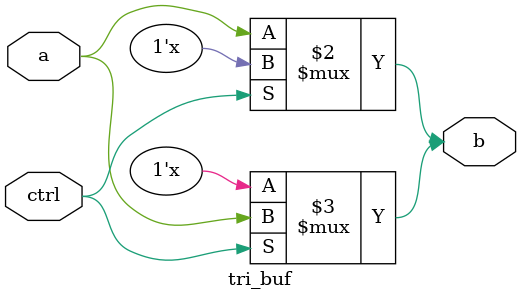
<source format=v>

module tri_buf(a,ctrl,b);
  
  input a,ctrl;
  output b;
  assign b=~ctrl?a:1'bz;
  assign b=ctrl?a:1'bz;
  
endmodule
   

</source>
